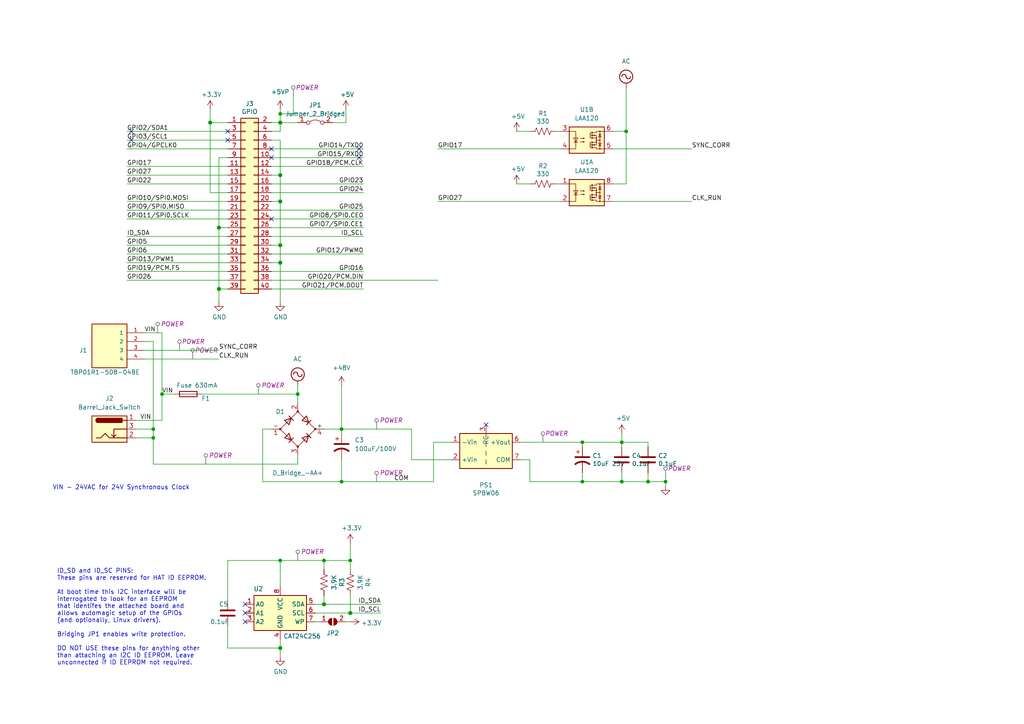
<source format=kicad_sch>
(kicad_sch (version 20230121) (generator eeschema)
  (paper "A4")
  (title_block (title "RPi Simplex Clock Hat") (date "2024-02-03") (rev "0") (company "https://github.com/hharte/rpi-simplex-clock-hat"))
  (lib_symbols
    (symbol "Connector:Barrel_Jack_Switch" (pin_names hide)
      (property "Reference" "J" (at 0 5.334 0))
      (property "Value" "Barrel_Jack_Switch" (at 0 -5.08 0))
      (symbol "Barrel_Jack_Switch_0_1"
        (rectangle (start -5.08 3.81) (end 5.08 -3.81) (stroke (width 0.254)) (fill (type background)))
        (arc (start -3.302 3.175) (mid -3.9343 2.54) (end -3.302 1.905) (stroke (width 0.254)))
        (arc (start -3.302 3.175) (mid -3.9343 2.54) (end -3.302 1.905) (stroke (width 0.254)) (fill (type outline)))
        (polyline (pts (xy 1.27 -2.286) (xy 1.905 -1.651)) (stroke (width 0.254)))
        (polyline (pts (xy 5.08 2.54) (xy 3.81 2.54)) (stroke (width 0.254)))
        (polyline (pts (xy 5.08 0) (xy 1.27 0) (xy 1.27 -2.286) (xy 0.635 -1.651)) (stroke (width 0.254)))
        (polyline (pts (xy -3.81 -2.54) (xy -2.54 -2.54) (xy -1.27 -1.27) (xy 0 -2.54) (xy 2.54 -2.54) (xy 5.08 -2.54)) (stroke (width 0.254)))
        (rectangle (start 3.683 3.175) (end -3.302 1.905) (stroke (width 0.254)) (fill (type outline)))
      )
      (symbol "Barrel_Jack_Switch_1_1"
        (pin passive line (at 7.62 2.54 180) (length 2.54) (name "~") (number "1"))
        (pin passive line (at 7.62 -2.54 180) (length 2.54) (name "~") (number "2"))
        (pin passive line (at 7.62 0 180) (length 2.54) (name "~") (number "3"))
      )
    )
    (symbol "Connector_Generic:Conn_02x20_Odd_Even" (pin_names (offset 1.016) hide)
      (property "Reference" "J" (at 1.27 25.4 0))
      (property "Value" "Conn_02x20_Odd_Even" (at 1.27 -27.94 0))
      (symbol "Conn_02x20_Odd_Even_1_1"
        (rectangle (start -1.27 -25.273) (end 0 -25.527) (stroke (width 0.1524)))
        (rectangle (start -1.27 -22.733) (end 0 -22.987) (stroke (width 0.1524)))
        (rectangle (start -1.27 -20.193) (end 0 -20.447) (stroke (width 0.1524)))
        (rectangle (start -1.27 -17.653) (end 0 -17.907) (stroke (width 0.1524)))
        (rectangle (start -1.27 -15.113) (end 0 -15.367) (stroke (width 0.1524)))
        (rectangle (start -1.27 -12.573) (end 0 -12.827) (stroke (width 0.1524)))
        (rectangle (start -1.27 -10.033) (end 0 -10.287) (stroke (width 0.1524)))
        (rectangle (start -1.27 -7.493) (end 0 -7.747) (stroke (width 0.1524)))
        (rectangle (start -1.27 -4.953) (end 0 -5.207) (stroke (width 0.1524)))
        (rectangle (start -1.27 -2.413) (end 0 -2.667) (stroke (width 0.1524)))
        (rectangle (start -1.27 0.127) (end 0 -0.127) (stroke (width 0.1524)))
        (rectangle (start -1.27 2.667) (end 0 2.413) (stroke (width 0.1524)))
        (rectangle (start -1.27 5.207) (end 0 4.953) (stroke (width 0.1524)))
        (rectangle (start -1.27 7.747) (end 0 7.493) (stroke (width 0.1524)))
        (rectangle (start -1.27 10.287) (end 0 10.033) (stroke (width 0.1524)))
        (rectangle (start -1.27 12.827) (end 0 12.573) (stroke (width 0.1524)))
        (rectangle (start -1.27 15.367) (end 0 15.113) (stroke (width 0.1524)))
        (rectangle (start -1.27 17.907) (end 0 17.653) (stroke (width 0.1524)))
        (rectangle (start -1.27 20.447) (end 0 20.193) (stroke (width 0.1524)))
        (rectangle (start -1.27 22.987) (end 0 22.733) (stroke (width 0.1524)))
        (rectangle (start -1.27 24.13) (end 3.81 -26.67) (stroke (width 0.254)) (fill (type background)))
        (rectangle (start 3.81 -25.273) (end 2.54 -25.527) (stroke (width 0.1524)))
        (rectangle (start 3.81 -22.733) (end 2.54 -22.987) (stroke (width 0.1524)))
        (rectangle (start 3.81 -20.193) (end 2.54 -20.447) (stroke (width 0.1524)))
        (rectangle (start 3.81 -17.653) (end 2.54 -17.907) (stroke (width 0.1524)))
        (rectangle (start 3.81 -15.113) (end 2.54 -15.367) (stroke (width 0.1524)))
        (rectangle (start 3.81 -12.573) (end 2.54 -12.827) (stroke (width 0.1524)))
        (rectangle (start 3.81 -10.033) (end 2.54 -10.287) (stroke (width 0.1524)))
        (rectangle (start 3.81 -7.493) (end 2.54 -7.747) (stroke (width 0.1524)))
        (rectangle (start 3.81 -4.953) (end 2.54 -5.207) (stroke (width 0.1524)))
        (rectangle (start 3.81 -2.413) (end 2.54 -2.667) (stroke (width 0.1524)))
        (rectangle (start 3.81 0.127) (end 2.54 -0.127) (stroke (width 0.1524)))
        (rectangle (start 3.81 2.667) (end 2.54 2.413) (stroke (width 0.1524)))
        (rectangle (start 3.81 5.207) (end 2.54 4.953) (stroke (width 0.1524)))
        (rectangle (start 3.81 7.747) (end 2.54 7.493) (stroke (width 0.1524)))
        (rectangle (start 3.81 10.287) (end 2.54 10.033) (stroke (width 0.1524)))
        (rectangle (start 3.81 12.827) (end 2.54 12.573) (stroke (width 0.1524)))
        (rectangle (start 3.81 15.367) (end 2.54 15.113) (stroke (width 0.1524)))
        (rectangle (start 3.81 17.907) (end 2.54 17.653) (stroke (width 0.1524)))
        (rectangle (start 3.81 20.447) (end 2.54 20.193) (stroke (width 0.1524)))
        (rectangle (start 3.81 22.987) (end 2.54 22.733) (stroke (width 0.1524)))
        (pin passive line (at -5.08 22.86 0) (length 3.81) (name "Pin_1") (number "1"))
        (pin passive line (at 7.62 12.7 180) (length 3.81) (name "Pin_10") (number "10"))
        (pin passive line (at -5.08 10.16 0) (length 3.81) (name "Pin_11") (number "11"))
        (pin passive line (at 7.62 10.16 180) (length 3.81) (name "Pin_12") (number "12"))
        (pin passive line (at -5.08 7.62 0) (length 3.81) (name "Pin_13") (number "13"))
        (pin passive line (at 7.62 7.62 180) (length 3.81) (name "Pin_14") (number "14"))
        (pin passive line (at -5.08 5.08 0) (length 3.81) (name "Pin_15") (number "15"))
        (pin passive line (at 7.62 5.08 180) (length 3.81) (name "Pin_16") (number "16"))
        (pin passive line (at -5.08 2.54 0) (length 3.81) (name "Pin_17") (number "17"))
        (pin passive line (at 7.62 2.54 180) (length 3.81) (name "Pin_18") (number "18"))
        (pin passive line (at -5.08 0 0) (length 3.81) (name "Pin_19") (number "19"))
        (pin passive line (at 7.62 22.86 180) (length 3.81) (name "Pin_2") (number "2"))
        (pin passive line (at 7.62 0 180) (length 3.81) (name "Pin_20") (number "20"))
        (pin passive line (at -5.08 -2.54 0) (length 3.81) (name "Pin_21") (number "21"))
        (pin passive line (at 7.62 -2.54 180) (length 3.81) (name "Pin_22") (number "22"))
        (pin passive line (at -5.08 -5.08 0) (length 3.81) (name "Pin_23") (number "23"))
        (pin passive line (at 7.62 -5.08 180) (length 3.81) (name "Pin_24") (number "24"))
        (pin passive line (at -5.08 -7.62 0) (length 3.81) (name "Pin_25") (number "25"))
        (pin passive line (at 7.62 -7.62 180) (length 3.81) (name "Pin_26") (number "26"))
        (pin passive line (at -5.08 -10.16 0) (length 3.81) (name "Pin_27") (number "27"))
        (pin passive line (at 7.62 -10.16 180) (length 3.81) (name "Pin_28") (number "28"))
        (pin passive line (at -5.08 -12.7 0) (length 3.81) (name "Pin_29") (number "29"))
        (pin passive line (at -5.08 20.32 0) (length 3.81) (name "Pin_3") (number "3"))
        (pin passive line (at 7.62 -12.7 180) (length 3.81) (name "Pin_30") (number "30"))
        (pin passive line (at -5.08 -15.24 0) (length 3.81) (name "Pin_31") (number "31"))
        (pin passive line (at 7.62 -15.24 180) (length 3.81) (name "Pin_32") (number "32"))
        (pin passive line (at -5.08 -17.78 0) (length 3.81) (name "Pin_33") (number "33"))
        (pin passive line (at 7.62 -17.78 180) (length 3.81) (name "Pin_34") (number "34"))
        (pin passive line (at -5.08 -20.32 0) (length 3.81) (name "Pin_35") (number "35"))
        (pin passive line (at 7.62 -20.32 180) (length 3.81) (name "Pin_36") (number "36"))
        (pin passive line (at -5.08 -22.86 0) (length 3.81) (name "Pin_37") (number "37"))
        (pin passive line (at 7.62 -22.86 180) (length 3.81) (name "Pin_38") (number "38"))
        (pin passive line (at -5.08 -25.4 0) (length 3.81) (name "Pin_39") (number "39"))
        (pin passive line (at 7.62 20.32 180) (length 3.81) (name "Pin_4") (number "4"))
        (pin passive line (at 7.62 -25.4 180) (length 3.81) (name "Pin_40") (number "40"))
        (pin passive line (at -5.08 17.78 0) (length 3.81) (name "Pin_5") (number "5"))
        (pin passive line (at 7.62 17.78 180) (length 3.81) (name "Pin_6") (number "6"))
        (pin passive line (at -5.08 15.24 0) (length 3.81) (name "Pin_7") (number "7"))
        (pin passive line (at 7.62 15.24 180) (length 3.81) (name "Pin_8") (number "8"))
        (pin passive line (at -5.08 12.7 0) (length 3.81) (name "Pin_9") (number "9"))
      )
    )
    (symbol "Device:C" (pin_numbers hide) (pin_names (offset 0.254))
      (property "Reference" "C" (at 0.635 2.54 0))
      (property "Value" "C" (at 0.635 -2.54 0))
      (symbol "C_0_1"
        (polyline (pts (xy -2.032 -0.762) (xy 2.032 -0.762)) (stroke (width 0.508)))
        (polyline (pts (xy -2.032 0.762) (xy 2.032 0.762)) (stroke (width 0.508)))
      )
      (symbol "C_1_1"
        (pin passive line (at 0 3.81 270) (length 2.794) (name "~") (number "1"))
        (pin passive line (at 0 -3.81 90) (length 2.794) (name "~") (number "2"))
      )
    )
    (symbol "Device:C_Polarized_US" (pin_numbers hide) (pin_names (offset 0.254) hide)
      (property "Reference" "C" (at 0.635 2.54 0))
      (property "Value" "C_Polarized_US" (at 0.635 -2.54 0))
      (symbol "C_Polarized_US_0_1"
        (polyline (pts (xy -2.032 0.762) (xy 2.032 0.762)) (stroke (width 0.508)))
        (polyline (pts (xy -1.778 2.286) (xy -0.762 2.286)))
        (polyline (pts (xy -1.27 1.778) (xy -1.27 2.794)))
        (arc (start 2.032 -1.27) (mid 0 -0.5572) (end -2.032 -1.27) (stroke (width 0.508)))
      )
      (symbol "C_Polarized_US_1_1"
        (pin passive line (at 0 3.81 270) (length 2.794) (name "~") (number "1"))
        (pin passive line (at 0 -3.81 90) (length 3.302) (name "~") (number "2"))
      )
    )
    (symbol "Device:D_Bridge_-AA+" (pin_names (offset 0))
      (property "Reference" "D" (at 2.54 6.985 0))
      (property "Value" "D_Bridge_-AA+" (at 2.54 5.08 0))
      (symbol "D_Bridge_-AA+_0_1"
        (circle (center -5.08 0) (radius 0.254) (fill (type outline)))
        (circle (center 0 -5.08) (radius 0.254) (fill (type outline)))
        (polyline (pts (xy -2.54 3.81) (xy -1.27 2.54)) (stroke (width 0.254)))
        (polyline (pts (xy -1.27 -2.54) (xy -2.54 -3.81)) (stroke (width 0.254)))
        (polyline (pts (xy 2.54 -1.27) (xy 3.81 -2.54)) (stroke (width 0.254)))
        (polyline (pts (xy 2.54 1.27) (xy 3.81 2.54)) (stroke (width 0.254)))
        (polyline (pts (xy -3.81 2.54) (xy -2.54 1.27) (xy -1.905 3.175) (xy -3.81 2.54)) (stroke (width 0.254)))
        (polyline (pts (xy -2.54 -1.27) (xy -3.81 -2.54) (xy -1.905 -3.175) (xy -2.54 -1.27)) (stroke (width 0.254)))
        (polyline (pts (xy 1.27 2.54) (xy 2.54 3.81) (xy 3.175 1.905) (xy 1.27 2.54)) (stroke (width 0.254)))
        (polyline (pts (xy 3.175 -1.905) (xy 1.27 -2.54) (xy 2.54 -3.81) (xy 3.175 -1.905)) (stroke (width 0.254)))
        (polyline (pts (xy -5.08 0) (xy 0 -5.08) (xy 5.08 0) (xy 0 5.08) (xy -5.08 0)))
        (circle (center 0 5.08) (radius 0.254) (fill (type outline)))
        (circle (center 5.08 0) (radius 0.254) (fill (type outline)))
      )
      (symbol "D_Bridge_-AA+_1_1"
        (pin passive line (at -7.62 0 0) (length 2.54) (name "-") (number "1"))
        (pin passive line (at 0 7.62 270) (length 2.54) (name "~") (number "2"))
        (pin passive line (at 0 -7.62 90) (length 2.54) (name "~") (number "3"))
        (pin passive line (at 7.62 0 180) (length 2.54) (name "+") (number "4"))
      )
    )
    (symbol "Device:Fuse" (pin_numbers hide) (pin_names (offset 0))
      (property "Reference" "F" (at 2.032 0 90))
      (property "Value" "Fuse" (at -1.905 0 90))
      (symbol "Fuse_0_1"
        (rectangle (start -0.762 -2.54) (end 0.762 2.54) (stroke (width 0.254)))
        (polyline (pts (xy 0 2.54) (xy 0 -2.54)))
      )
      (symbol "Fuse_1_1"
        (pin passive line (at 0 3.81 270) (length 1.27) (name "~") (number "1"))
        (pin passive line (at 0 -3.81 90) (length 1.27) (name "~") (number "2"))
      )
    )
    (symbol "Device:R_US" (pin_numbers hide) (pin_names (offset 0))
      (property "Reference" "R" (at 2.54 0 90))
      (property "Value" "R_US" (at -2.54 0 90))
      (symbol "R_US_0_1"
        (polyline (pts (xy 0 -2.286) (xy 0 -2.54)))
        (polyline (pts (xy 0 2.286) (xy 0 2.54)))
        (polyline (pts (xy 0 -0.762) (xy 1.016 -1.143) (xy 0 -1.524) (xy -1.016 -1.905) (xy 0 -2.286)))
        (polyline (pts (xy 0 0.762) (xy 1.016 0.381) (xy 0 0) (xy -1.016 -0.381) (xy 0 -0.762)))
        (polyline (pts (xy 0 2.286) (xy 1.016 1.905) (xy 0 1.524) (xy -1.016 1.143) (xy 0 0.762)))
      )
      (symbol "R_US_1_1"
        (pin passive line (at 0 3.81 270) (length 1.27) (name "~") (number "1"))
        (pin passive line (at 0 -3.81 90) (length 1.27) (name "~") (number "2"))
      )
    )
    (symbol "Jumper:Jumper_2_Bridged" (pin_names (offset 0) hide)
      (property "Reference" "JP" (at 0 1.905 0))
      (property "Value" "Jumper_2_Bridged" (at 0 -2.54 0))
      (symbol "Jumper_2_Bridged_0_0"
        (circle (center -2.032 0) (radius 0.508))
        (circle (center 2.032 0) (radius 0.508))
      )
      (symbol "Jumper_2_Bridged_0_1"
        (arc (start 1.524 0.254) (mid 0 0.762) (end -1.524 0.254))
      )
      (symbol "Jumper_2_Bridged_1_1"
        (pin passive line (at -5.08 0 0) (length 2.54) (name "A") (number "1"))
        (pin passive line (at 5.08 0 180) (length 2.54) (name "B") (number "2"))
      )
    )
    (symbol "Jumper:SolderJumper_2_Open" (pin_names (offset 0) hide)
      (property "Reference" "JP" (at 0 2.032 0))
      (property "Value" "SolderJumper_2_Open" (at 0 -2.54 0))
      (symbol "SolderJumper_2_Open_0_1"
        (arc (start -0.254 1.016) (mid -1.2656 0) (end -0.254 -1.016))
        (arc (start -0.254 1.016) (mid -1.2656 0) (end -0.254 -1.016) (fill (type outline)))
        (polyline (pts (xy -0.254 1.016) (xy -0.254 -1.016)))
        (polyline (pts (xy 0.254 1.016) (xy 0.254 -1.016)))
        (arc (start 0.254 -1.016) (mid 1.2656 0) (end 0.254 1.016))
        (arc (start 0.254 -1.016) (mid 1.2656 0) (end 0.254 1.016) (fill (type outline)))
      )
      (symbol "SolderJumper_2_Open_1_1"
        (pin passive line (at -3.81 0 0) (length 2.54) (name "A") (number "1"))
        (pin passive line (at 3.81 0 180) (length 2.54) (name "B") (number "2"))
      )
    )
    (symbol "Memory_EEPROM:CAT24C256"
      (property "Reference" "U" (at -6.35 6.35 0))
      (property "Value" "CAT24C256" (at 1.27 6.35 0))
      (symbol "CAT24C256_1_1"
        (rectangle (start -7.62 5.08) (end 7.62 -5.08) (stroke (width 0.254)) (fill (type background)))
        (pin input line (at -10.16 2.54 0) (length 2.54) (name "A0") (number "1"))
        (pin input line (at -10.16 0 0) (length 2.54) (name "A1") (number "2"))
        (pin input line (at -10.16 -2.54 0) (length 2.54) (name "A2") (number "3"))
        (pin power_in line (at 0 -7.62 90) (length 2.54) (name "GND") (number "4"))
        (pin bidirectional line (at 10.16 2.54 180) (length 2.54) (name "SDA") (number "5"))
        (pin input line (at 10.16 0 180) (length 2.54) (name "SCL") (number "6"))
        (pin input line (at 10.16 -2.54 180) (length 2.54) (name "WP") (number "7"))
        (pin power_in line (at 0 7.62 270) (length 2.54) (name "VCC") (number "8"))
      )
    )
    (symbol "Relay_SolidState:LAA110"
      (property "Reference" "U" (at -5.08 5.08 0))
      (property "Value" "LAA110" (at 0 5.08 0))
      (symbol "LAA110_0_1"
        (rectangle (start -5.08 3.81) (end 5.08 -3.81) (stroke (width 0.254)) (fill (type background)))
        (polyline (pts (xy -3.81 -0.635) (xy -2.54 -0.635)))
        (polyline (pts (xy 1.016 -0.635) (xy 1.016 -2.159)) (stroke (width 0.2032)))
        (polyline (pts (xy 1.016 2.159) (xy 1.016 0.635)) (stroke (width 0.2032)))
        (polyline (pts (xy 1.524 -0.508) (xy 1.524 -0.762)) (stroke (width 0.3556)))
        (polyline (pts (xy 2.794 0) (xy 3.81 0)))
        (polyline (pts (xy 3.429 -1.651) (xy 4.191 -1.651)))
        (polyline (pts (xy 3.429 1.651) (xy 4.191 1.651)))
        (polyline (pts (xy 3.81 -2.54) (xy 3.81 2.54)))
        (polyline (pts (xy 1.524 -2.032) (xy 1.524 -2.286) (xy 1.524 -2.286)) (stroke (width 0.3556)))
        (polyline (pts (xy 1.524 -1.27) (xy 1.524 -1.524) (xy 1.524 -1.524)) (stroke (width 0.3556)))
        (polyline (pts (xy 1.524 0.762) (xy 1.524 0.508) (xy 1.524 0.508)) (stroke (width 0.3556)))
        (polyline (pts (xy 1.524 1.524) (xy 1.524 1.27) (xy 1.524 1.27)) (stroke (width 0.3556)))
        (polyline (pts (xy 1.524 2.286) (xy 1.524 2.032) (xy 1.524 2.032)) (stroke (width 0.3556)))
        (polyline (pts (xy 1.651 -1.397) (xy 2.794 -1.397) (xy 2.794 -0.635)))
        (polyline (pts (xy 1.651 1.397) (xy 2.794 1.397) (xy 2.794 0.635)))
        (polyline (pts (xy -5.08 2.54) (xy -3.175 2.54) (xy -3.175 -2.54) (xy -5.08 -2.54)))
        (polyline (pts (xy -3.175 -0.635) (xy -3.81 0.635) (xy -2.54 0.635) (xy -3.175 -0.635)))
        (polyline (pts (xy 1.651 -2.159) (xy 2.794 -2.159) (xy 2.794 -2.54) (xy 5.08 -2.54)))
        (polyline (pts (xy 1.651 -0.635) (xy 2.794 -0.635) (xy 2.794 0.635) (xy 1.651 0.635)))
        (polyline (pts (xy 1.651 2.159) (xy 2.794 2.159) (xy 2.794 2.54) (xy 5.08 2.54)))
        (polyline (pts (xy 1.778 -1.397) (xy 2.286 -1.27) (xy 2.286 -1.524) (xy 1.778 -1.397)))
        (polyline (pts (xy 1.778 1.397) (xy 2.286 1.524) (xy 2.286 1.27) (xy 1.778 1.397)))
        (polyline (pts (xy 3.81 -1.651) (xy 3.429 -0.889) (xy 4.191 -0.889) (xy 3.81 -1.651)))
        (polyline (pts (xy 3.81 1.651) (xy 3.429 0.889) (xy 4.191 0.889) (xy 3.81 1.651)))
        (polyline (pts (xy -1.905 -0.508) (xy -0.635 -0.508) (xy -1.016 -0.635) (xy -1.016 -0.381) (xy -0.635 -0.508)))
        (polyline (pts (xy -1.905 0.508) (xy -0.635 0.508) (xy -1.016 0.381) (xy -1.016 0.635) (xy -0.635 0.508)))
        (circle (center 2.794 -0.635) (radius 0.127))
        (circle (center 2.794 0) (radius 0.127))
        (circle (center 2.794 0.635) (radius 0.127))
        (circle (center 3.81 -2.54) (radius 0.127))
        (circle (center 3.81 0) (radius 0.127))
        (circle (center 3.81 2.54) (radius 0.127))
      )
      (symbol "LAA110_1_1"
        (pin passive line (at -7.62 2.54 0) (length 2.54) (name "~") (number "1"))
        (pin passive line (at -7.62 -2.54 0) (length 2.54) (name "~") (number "2"))
        (pin passive line (at 7.62 -2.54 180) (length 2.54) (name "~") (number "7"))
        (pin passive line (at 7.62 2.54 180) (length 2.54) (name "~") (number "8"))
      )
      (symbol "LAA110_2_1"
        (pin passive line (at -7.62 2.54 0) (length 2.54) (name "~") (number "3"))
        (pin passive line (at -7.62 -2.54 0) (length 2.54) (name "~") (number "4"))
        (pin passive line (at 7.62 -2.54 180) (length 2.54) (name "~") (number "5"))
        (pin passive line (at 7.62 2.54 180) (length 2.54) (name "~") (number "6"))
      )
    )
    (symbol "TBP01R1-508-04BE:TBP01R1-508-04BE" (pin_names (offset 1.016))
      (property "Reference" "J" (at -5.588 7.62 0))
      (property "Value" "TBP01R1-508-04BE" (at -5.08 -7.62 0))
      (symbol "TBP01R1-508-04BE_0_0"
        (rectangle (start -5.08 -5.08) (end 5.08 7.62) (stroke (width 0.254)) (fill (type background)))
        (pin passive line (at -10.16 5.08 0) (length 5.08) (name "1") (number "1"))
        (pin passive line (at -10.16 2.54 0) (length 5.08) (name "2") (number "2"))
        (pin passive line (at -10.16 0 0) (length 5.08) (name "3") (number "3"))
        (pin passive line (at -10.16 -2.54 0) (length 5.08) (name "4") (number "4"))
      )
    )
    (symbol "ac125a_dtmf-rescue:CP1-Device" (pin_numbers hide) (pin_names (offset 0.254) hide)
      (property "Reference" "C" (at 0.635 2.54 0))
      (property "Value" "CP1-Device" (at 0.635 -2.54 0))
      (symbol "CP1-Device_0_1"
        (polyline (pts (xy -2.032 0.762) (xy 2.032 0.762)) (stroke (width 0.508)))
        (polyline (pts (xy -1.778 2.286) (xy -0.762 2.286)))
        (polyline (pts (xy -1.27 1.778) (xy -1.27 2.794)))
        (arc (start 2.032 -1.27) (mid 0 -0.5572) (end -2.032 -1.27) (stroke (width 0.508)))
      )
      (symbol "CP1-Device_1_1"
        (pin passive line (at 0 3.81 270) (length 2.794) (name "~") (number "1"))
        (pin passive line (at 0 -3.81 90) (length 3.302) (name "~") (number "2"))
      )
    )
    (symbol "ac125a_dtmf:SPBW06"
      (property "Reference" "PS" (at -7.62 6.35 0))
      (property "Value" "SPBW06" (at 1.27 6.35 0))
      (symbol "SPBW06_0_0"
        (pin power_in line (at -10.16 2.54 0) (length 2.54) (name "-Vin") (number "1"))
        (pin power_in line (at -10.16 -2.54 0) (length 2.54) (name "+Vin") (number "2"))
        (pin passive line (at 0 7.62 270) (length 2.54) (name "RC") (number "3"))
        (pin no_connect line (at 1.27 -7.62 90) (length 2.54) hide (name "NC2") (number "5"))
        (pin power_out line (at 10.16 2.54 180) (length 2.54) (name "+Vout") (number "6"))
        (pin power_out line (at 10.16 -2.54 180) (length 2.54) (name "COM") (number "7"))
      )
      (symbol "SPBW06_0_1"
        (rectangle (start -7.62 5.08) (end 7.62 -5.08) (stroke (width 0.254)) (fill (type background)))
        (polyline (pts (xy 0 -2.54) (xy 0 -3.81)))
        (polyline (pts (xy 0 0) (xy 0 -1.27)))
        (polyline (pts (xy 0 2.54) (xy 0 1.27)))
        (polyline (pts (xy 0 5.08) (xy 0 3.81)))
      )
      (symbol "SPBW06_1_1"
        (pin no_connect line (at -1.27 -7.62 90) (length 2.54) hide (name "NC") (number "2"))
      )
    )
    (symbol "power:+3.3V" (power) (pin_names (offset 0))
      (property "Value" "+3.3V" (at 0 3.556 0))
      (symbol "+3.3V_0_1"
        (polyline (pts (xy -0.762 1.27) (xy 0 2.54)))
        (polyline (pts (xy 0 0) (xy 0 2.54)))
        (polyline (pts (xy 0 2.54) (xy 0.762 1.27)))
      )
      (symbol "+3.3V_1_1"
        (pin power_in line (at 0 0 90) (length 0) hide (name "+3.3V") (number "1"))
      )
    )
    (symbol "power:+48V" (power) (pin_names (offset 0))
      (property "Value" "+48V" (at 0 3.556 0))
      (symbol "+48V_0_1"
        (polyline (pts (xy -0.762 1.27) (xy 0 2.54)))
        (polyline (pts (xy 0 0) (xy 0 2.54)))
        (polyline (pts (xy 0 2.54) (xy 0.762 1.27)))
      )
      (symbol "+48V_1_1"
        (pin power_in line (at 0 0 90) (length 0) hide (name "+48V") (number "1"))
      )
    )
    (symbol "power:+5V" (power) (pin_names (offset 0))
      (property "Value" "+5V" (at 0 3.556 0))
      (symbol "+5V_0_1"
        (polyline (pts (xy -0.762 1.27) (xy 0 2.54)))
        (polyline (pts (xy 0 0) (xy 0 2.54)))
        (polyline (pts (xy 0 2.54) (xy 0.762 1.27)))
      )
      (symbol "+5V_1_1"
        (pin power_in line (at 0 0 90) (length 0) hide (name "+5V") (number "1"))
      )
    )
    (symbol "power:+5VP" (power) (pin_names (offset 0))
      (property "Value" "+5VP" (at 0 3.556 0))
      (symbol "+5VP_0_1"
        (polyline (pts (xy -0.762 1.27) (xy 0 2.54)))
        (polyline (pts (xy 0 0) (xy 0 2.54)))
        (polyline (pts (xy 0 2.54) (xy 0.762 1.27)))
      )
      (symbol "+5VP_1_1"
        (pin power_in line (at 0 0 90) (length 0) hide (name "+5VP") (number "1"))
      )
    )
    (symbol "power:AC" (power) (pin_names (offset 0))
      (property "Value" "AC" (at 0 6.35 0))
      (symbol "AC_0_1"
        (polyline (pts (xy 0 0) (xy 0 1.27)))
        (arc (start 0 3.175) (mid -0.635 3.8073) (end -1.27 3.175) (stroke (width 0.254)))
        (arc (start 0 3.175) (mid 0.635 2.5427) (end 1.27 3.175) (stroke (width 0.254)))
        (circle (center 0 3.175) (radius 1.905) (stroke (width 0.254)))
      )
      (symbol "AC_1_1"
        (pin power_in line (at 0 0 90) (length 0) hide (name "AC") (number "1"))
      )
    )
    (symbol "power:GND" (power) (pin_names (offset 0))
      (property "Value" "GND" (at 0 -3.81 0))
      (symbol "GND_0_1"
        (polyline (pts (xy 0 0) (xy 0 -1.27) (xy 1.27 -1.27) (xy 0 -2.54) (xy -1.27 -1.27) (xy 0 -1.27)))
      )
      (symbol "GND_1_1"
        (pin power_in line (at 0 0 270) (length 0) hide (name "GND") (number "1"))
      )
    )
  )
  (junction (at 86.36 114.3))
  (junction (at 93.98 175.26) (diameter 1.016))
  (junction (at 81.28 35.56) (diameter 1.016))
  (junction (at 81.28 187.96) (diameter 1.016))
  (junction (at 46.99 114.3))
  (junction (at 81.28 50.8) (diameter 1.016))
  (junction (at 181.61 38.1))
  (junction (at 180.34 139.7))
  (junction (at 81.28 162.56))
  (junction (at 44.45 127))
  (junction (at 187.96 139.7))
  (junction (at 63.5 83.82) (diameter 1.016))
  (junction (at 63.5 66.04) (diameter 1.016))
  (junction (at 99.06 139.7))
  (junction (at 168.91 139.7))
  (junction (at 81.28 33.02))
  (junction (at 81.28 76.2) (diameter 1.016))
  (junction (at 99.06 124.46))
  (junction (at 168.91 128.27))
  (junction (at 193.04 139.7))
  (junction (at 180.34 128.27))
  (junction (at 81.28 71.12) (diameter 1.016))
  (junction (at 81.28 58.42) (diameter 1.016))
  (junction (at 101.6 177.8) (diameter 1.016))
  (junction (at 101.6 162.56))
  (junction (at 93.98 162.56))
  (junction (at 44.45 124.46))
  (junction (at 60.96 35.56) (diameter 1.016))
  (no_connect (at 71.12 175.26))
  (no_connect (at 71.12 177.8))
  (no_connect (at 71.12 180.34))
  (no_connect (at 66.04 40.64))
  (no_connect (at 38.1 38.1))
  (no_connect (at 140.97 123.19))
  (no_connect (at 78.74 45.72))
  (no_connect (at 104.14 45.72))
  (no_connect (at 78.74 43.18))
  (no_connect (at 66.04 38.1))
  (no_connect (at 78.74 63.5))
  (no_connect (at 38.1 40.64))
  (no_connect (at 104.14 43.18))
  (wire (pts (xy 63.5 66.04) (xy 63.5 83.82)))
  (wire (pts (xy 78.74 66.04) (xy 105.41 66.04)))
  (wire (pts (xy 149.86 38.1) (xy 153.67 38.1)))
  (wire (pts (xy 153.67 139.7) (xy 153.67 133.35)))
  (wire (pts (xy 168.91 139.7) (xy 153.67 139.7)))
  (wire (pts (xy 41.91 96.52) (xy 46.99 96.52)))
  (wire (pts (xy 66.04 48.26) (xy 36.83 48.26)))
  (wire (pts (xy 81.28 162.56) (xy 93.98 162.56)))
  (wire (pts (xy 99.06 124.46) (xy 99.06 125.73)))
  (wire (pts (xy 81.28 40.64) (xy 81.28 50.8)))
  (wire (pts (xy 100.33 35.56) (xy 100.33 31.75)))
  (wire (pts (xy 180.34 139.7) (xy 187.96 139.7)))
  (wire (pts (xy 81.28 58.42) (xy 78.74 58.42)))
  (wire (pts (xy 177.8 38.1) (xy 181.61 38.1)))
  (wire (pts (xy 81.28 33.02) (xy 81.28 35.56)))
  (wire (pts (xy 41.91 99.06) (xy 44.45 99.06)))
  (wire (pts (xy 81.28 71.12) (xy 81.28 76.2)))
  (wire (pts (xy 181.61 53.34) (xy 181.61 38.1)))
  (wire (pts (xy 119.38 124.46) (xy 119.38 133.35)))
  (wire (pts (xy 99.06 111.76) (xy 99.06 124.46)))
  (wire (pts (xy 81.28 58.42) (xy 81.28 71.12)))
  (wire (pts (xy 78.74 43.18) (xy 105.41 43.18)))
  (wire (pts (xy 63.5 45.72) (xy 63.5 66.04)))
  (wire (pts (xy 91.44 175.26) (xy 93.98 175.26)))
  (wire (pts (xy 93.98 175.26) (xy 110.49 175.26)))
  (wire (pts (xy 177.8 58.42) (xy 200.66 58.42)))
  (wire (pts (xy 86.36 111.76) (xy 86.36 114.3)))
  (wire (pts (xy 125.73 128.27) (xy 130.81 128.27)))
  (wire (pts (xy 63.5 45.72) (xy 66.04 45.72)))
  (wire (pts (xy 91.44 180.34) (xy 92.71 180.34)))
  (wire (pts (xy 100.33 180.34) (xy 101.6 180.34)))
  (wire (pts (xy 39.37 124.46) (xy 44.45 124.46)))
  (wire (pts (xy 78.74 63.5) (xy 105.41 63.5)))
  (wire (pts (xy 127 58.42) (xy 162.56 58.42)))
  (wire (pts (xy 85.09 27.94) (xy 85.09 33.02)))
  (wire (pts (xy 180.34 137.16) (xy 180.34 139.7)))
  (wire (pts (xy 66.04 68.58) (xy 36.83 68.58)))
  (wire (pts (xy 36.83 71.12) (xy 66.04 71.12)))
  (wire (pts (xy 39.37 127) (xy 44.45 127)))
  (wire (pts (xy 125.73 139.7) (xy 125.73 128.27)))
  (wire (pts (xy 63.5 66.04) (xy 66.04 66.04)))
  (wire (pts (xy 180.34 128.27) (xy 187.96 128.27)))
  (wire (pts (xy 96.52 35.56) (xy 100.33 35.56)))
  (wire (pts (xy 46.99 96.52) (xy 46.99 114.3)))
  (wire (pts (xy 78.74 53.34) (xy 105.41 53.34)))
  (wire (pts (xy 180.34 128.27) (xy 180.34 125.73)))
  (wire (pts (xy 177.8 53.34) (xy 181.61 53.34)))
  (wire (pts (xy 44.45 99.06) (xy 44.45 124.46)))
  (wire (pts (xy 78.74 83.82) (xy 105.41 83.82)))
  (wire (pts (xy 63.5 83.82) (xy 63.5 87.63)))
  (wire (pts (xy 36.83 50.8) (xy 66.04 50.8)))
  (wire (pts (xy 60.96 31.75) (xy 60.96 35.56)))
  (wire (pts (xy 177.8 43.18) (xy 200.66 43.18)))
  (wire (pts (xy 46.99 121.92) (xy 39.37 121.92)))
  (wire (pts (xy 181.61 25.4) (xy 181.61 38.1)))
  (wire (pts (xy 81.28 76.2) (xy 78.74 76.2)))
  (wire (pts (xy 76.2 139.7) (xy 99.06 139.7)))
  (wire (pts (xy 36.83 40.64) (xy 66.04 40.64)))
  (wire (pts (xy 168.91 128.27) (xy 168.91 129.54)))
  (wire (pts (xy 36.83 63.5) (xy 66.04 63.5)))
  (wire (pts (xy 149.86 53.34) (xy 153.67 53.34)))
  (wire (pts (xy 60.96 55.88) (xy 66.04 55.88)))
  (wire (pts (xy 66.04 162.56) (xy 66.04 173.99)))
  (wire (pts (xy 66.04 38.1) (xy 36.83 38.1)))
  (wire (pts (xy 76.2 124.46) (xy 78.74 124.46)))
  (wire (pts (xy 127 43.18) (xy 162.56 43.18)))
  (wire (pts (xy 81.28 35.56) (xy 81.28 38.1)))
  (wire (pts (xy 81.28 50.8) (xy 81.28 58.42)))
  (wire (pts (xy 41.91 104.14) (xy 63.5 104.14)))
  (wire (pts (xy 78.74 48.26) (xy 105.41 48.26)))
  (wire (pts (xy 81.28 50.8) (xy 78.74 50.8)))
  (wire (pts (xy 119.38 124.46) (xy 99.06 124.46)))
  (wire (pts (xy 193.04 139.7) (xy 193.04 140.97)))
  (wire (pts (xy 81.28 31.75) (xy 81.28 33.02)))
  (wire (pts (xy 36.83 43.18) (xy 66.04 43.18)))
  (wire (pts (xy 101.6 157.48) (xy 101.6 162.56)))
  (wire (pts (xy 81.28 35.56) (xy 78.74 35.56)))
  (wire (pts (xy 161.29 53.34) (xy 162.56 53.34)))
  (wire (pts (xy 60.96 35.56) (xy 60.96 55.88)))
  (wire (pts (xy 78.74 55.88) (xy 105.41 55.88)))
  (wire (pts (xy 78.74 45.72) (xy 105.41 45.72)))
  (wire (pts (xy 101.6 162.56) (xy 101.6 165.1)))
  (wire (pts (xy 91.44 177.8) (xy 101.6 177.8)))
  (wire (pts (xy 101.6 177.8) (xy 110.49 177.8)))
  (wire (pts (xy 85.09 33.02) (xy 81.28 33.02)))
  (wire (pts (xy 168.91 137.16) (xy 168.91 139.7)))
  (wire (pts (xy 93.98 162.56) (xy 93.98 165.1)))
  (wire (pts (xy 36.83 53.34) (xy 66.04 53.34)))
  (wire (pts (xy 44.45 134.62) (xy 86.36 134.62)))
  (wire (pts (xy 36.83 60.96) (xy 66.04 60.96)))
  (wire (pts (xy 161.29 38.1) (xy 162.56 38.1)))
  (wire (pts (xy 99.06 133.35) (xy 99.06 139.7)))
  (wire (pts (xy 119.38 133.35) (xy 130.81 133.35)))
  (wire (pts (xy 86.36 134.62) (xy 86.36 132.08)))
  (wire (pts (xy 46.99 114.3) (xy 46.99 121.92)))
  (wire (pts (xy 36.83 73.66) (xy 66.04 73.66)))
  (wire (pts (xy 99.06 139.7) (xy 125.73 139.7)))
  (wire (pts (xy 81.28 38.1) (xy 78.74 38.1)))
  (wire (pts (xy 153.67 133.35) (xy 151.13 133.35)))
  (wire (pts (xy 41.91 101.6) (xy 63.5 101.6)))
  (wire (pts (xy 81.28 162.56) (xy 81.28 170.18)))
  (wire (pts (xy 36.83 78.74) (xy 66.04 78.74)))
  (wire (pts (xy 86.36 114.3) (xy 86.36 116.84)))
  (wire (pts (xy 78.74 78.74) (xy 105.41 78.74)))
  (wire (pts (xy 44.45 127) (xy 44.45 134.62)))
  (wire (pts (xy 180.34 129.54) (xy 180.34 128.27)))
  (wire (pts (xy 78.74 73.66) (xy 105.41 73.66)))
  (wire (pts (xy 63.5 83.82) (xy 66.04 83.82)))
  (wire (pts (xy 93.98 162.56) (xy 101.6 162.56)))
  (wire (pts (xy 78.74 81.28) (xy 127 81.28)))
  (wire (pts (xy 93.98 172.72) (xy 93.98 175.26)))
  (wire (pts (xy 76.2 124.46) (xy 76.2 139.7)))
  (wire (pts (xy 81.28 40.64) (xy 78.74 40.64)))
  (wire (pts (xy 46.99 114.3) (xy 50.8 114.3)))
  (wire (pts (xy 36.83 81.28) (xy 66.04 81.28)))
  (wire (pts (xy 93.98 124.46) (xy 99.06 124.46)))
  (wire (pts (xy 81.28 35.56) (xy 86.36 35.56)))
  (wire (pts (xy 187.96 139.7) (xy 193.04 139.7)))
  (wire (pts (xy 66.04 187.96) (xy 81.28 187.96)))
  (wire (pts (xy 81.28 162.56) (xy 66.04 162.56)))
  (wire (pts (xy 81.28 185.42) (xy 81.28 187.96)))
  (wire (pts (xy 81.28 187.96) (xy 81.28 190.5)))
  (wire (pts (xy 151.13 128.27) (xy 168.91 128.27)))
  (wire (pts (xy 168.91 128.27) (xy 180.34 128.27)))
  (wire (pts (xy 66.04 181.61) (xy 66.04 187.96)))
  (wire (pts (xy 58.42 114.3) (xy 86.36 114.3)))
  (wire (pts (xy 81.28 76.2) (xy 81.28 87.63)))
  (wire (pts (xy 78.74 60.96) (xy 105.41 60.96)))
  (wire (pts (xy 66.04 76.2) (xy 36.83 76.2)))
  (wire (pts (xy 187.96 137.16) (xy 187.96 139.7)))
  (wire (pts (xy 81.28 71.12) (xy 78.74 71.12)))
  (wire (pts (xy 187.96 129.54) (xy 187.96 128.27)))
  (wire (pts (xy 60.96 35.56) (xy 66.04 35.56)))
  (wire (pts (xy 193.04 138.43) (xy 193.04 139.7)))
  (wire (pts (xy 44.45 124.46) (xy 44.45 127)))
  (wire (pts (xy 66.04 58.42) (xy 36.83 58.42)))
  (wire (pts (xy 78.74 68.58) (xy 105.41 68.58)))
  (wire (pts (xy 101.6 172.72) (xy 101.6 177.8)))
  (wire (pts (xy 168.91 139.7) (xy 180.34 139.7)))
  (text "VIN - 24VAC for 24V Synchronous Clock\n" (at 15.24 142.24 0) (effects (font (size 1.27 1.27)) (justify left bottom)))
  (text "ID_SD and ID_SC PINS:\nThese pins are reserved for HAT ID EEPROM.\n\nAt boot time this I2C interface will be\ninterrogated to look for an EEPROM\nthat identifes the attached board and\nallows automagic setup of the GPIOs\n(and optionally, Linux drivers).\n\nBridging JP1 enables write protection.\n\nDO NOT USE these pins for anything other\nthan attaching an I2C ID EEPROM. Leave\nunconnected if ID EEPROM not required." (at 16.51 193.04 0) (effects (font (size 1.27 1.27)) (justify left bottom)))
  (label "ID_SDA" (at 36.83 68.58 0))
  (label "GPIO6" (at 36.83 73.66 0))
  (label "VIN" (at 41.91 96.52 0))
  (label "ID_SDA" (at 110.49 175.26 180))
  (label "CLK_RUN" (at 200.66 58.42 0))
  (label "VIN" (at 40.64 121.92 0))
  (label "CLK_RUN" (at 63.5 104.14 0))
  (label "ID_SCL" (at 105.41 68.58 180))
  (label "GPIO5" (at 36.83 71.12 0))
  (label "GPIO21{slash}PCM.DOUT" (at 105.41 83.82 180))
  (label "GPIO19{slash}PCM.FS" (at 36.83 78.74 0))
  (label "GPIO10{slash}SPI0.MOSI" (at 36.83 58.42 0))
  (label "GPIO9{slash}SPI0.MISO" (at 36.83 60.96 0))
  (label "COM" (at 114.3 139.7 0))
  (label "GPIO23" (at 105.41 53.34 180))
  (label "GPIO4{slash}GPCLK0" (at 36.83 43.18 0))
  (label "GPIO17" (at 127 43.18 0))
  (label "GPIO27" (at 36.83 50.8 0))
  (label "GPIO26" (at 36.83 81.28 0))
  (label "GPIO14{slash}TXD0" (at 105.41 43.18 180))
  (label "GPIO8{slash}SPI0.CE0" (at 105.41 63.5 180))
  (label "GPIO15{slash}RXD0" (at 105.41 45.72 180))
  (label "GPIO16" (at 105.41 78.74 180))
  (label "GPIO22" (at 36.83 53.34 0))
  (label "GPIO27" (at 127 58.42 0))
  (label "GPIO2{slash}SDA1" (at 36.83 38.1 0))
  (label "GPIO17" (at 36.83 48.26 0))
  (label "GPIO25" (at 105.41 60.96 180))
  (label "SYNC_CORR" (at 63.5 101.6 0))
  (label "GPIO3{slash}SCL1" (at 36.83 40.64 0))
  (label "GPIO18{slash}PCM.CLK" (at 105.41 48.26 180))
  (label "GPIO12{slash}PWM0" (at 105.41 73.66 180))
  (label "GPIO13{slash}PWM1" (at 36.83 76.2 0))
  (label "GPIO20{slash}PCM.DIN" (at 105.41 81.28 180))
  (label "GPIO24" (at 105.41 55.88 180))
  (label "VIN" (at 46.99 114.3 0))
  (label "GPIO7{slash}SPI0.CE1" (at 105.41 66.04 180))
  (label "SYNC_CORR" (at 200.66 43.18 0))
  (label "ID_SCL" (at 110.49 177.8 180))
  (label "GPIO11{slash}SPI0.SCLK" (at 36.83 63.5 0))
  (netclass_flag "" (length 2.54) (shape round) (at 85.09 27.94 0) (property "Netclass" "POWER" (at 85.6996 25.4 0) (effects (font italic) (justify left))))
  (netclass_flag "" (length 2.54) (shape round) (at 59.69 134.62 0) (property "Netclass" "POWER" (at 60.579 132.08 0) (effects (font italic) (justify left))))
  (netclass_flag "" (length 2.54) (shape round) (at 45.72 96.52 0) (property "Netclass" "POWER" (at 46.609 93.98 0) (effects (font italic) (justify left))))
  (netclass_flag "" (length 2.54) (shape round) (at 109.22 124.46 0) (property "Netclass" "POWER" (at 110.109 121.92 0) (effects (font italic) (justify left))))
  (netclass_flag "" (length 2.54) (shape round) (at 193.04 138.43 0) (property "Netclass" "POWER" (at 193.6496 135.89 0) (effects (font italic) (justify left))))
  (netclass_flag "" (length 2.54) (shape round) (at 74.93 114.3 0) (property "Netclass" "POWER" (at 75.819 111.76 0) (effects (font italic) (justify left))))
  (netclass_flag "" (length 2.54) (shape round) (at 52.07 101.6 0) (property "Netclass" "POWER" (at 52.6796 99.06 0) (effects (font italic) (justify left))))
  (netclass_flag "" (length 2.54) (shape round) (at 157.48 128.27 0) (property "Netclass" "POWER" (at 158.0896 125.73 0) (effects (font italic) (justify left))))
  (netclass_flag "" (length 2.54) (shape round) (at 55.88 104.14 0) (property "Netclass" "POWER" (at 56.4896 101.6 0) (effects (font italic) (justify left))))
  (netclass_flag "" (length 2.54) (shape round) (at 86.36 162.56 0) (property "Netclass" "POWER" (at 87.249 160.02 0) (effects (font italic) (justify left))))
  (netclass_flag "" (length 2.54) (shape round) (at 109.22 139.7 0) (property "Netclass" "POWER" (at 110.109 137.16 0) (effects (font italic) (justify left))))
  (symbol (lib_id "power:+3.3V") (at 60.96 31.75 0) (unit 1)
    (property "Reference" "#PWR01" (effects hide))
    (property "Value" "+3.3V" (at 61.3283 27.4256 0))
  )
  (symbol (lib_id "power:GND") (at 81.28 87.63 0) (unit 1)
    (property "Reference" "#PWR04" (effects hide))
    (property "Value" "GND" (at 81.3943 91.9544 0))
  )
  (symbol (lib_id "power:GND") (at 63.5 87.63 0) (unit 1)
    (property "Reference" "#PWR02" (effects hide))
    (property "Value" "GND" (at 63.6143 91.9544 0))
  )
  (symbol (lib_id "Connector_Generic:Conn_02x20_Odd_Even") (at 71.12 58.42 0) (unit 1)
    (property "Reference" "J3" (at 72.39 30.0798 0))
    (property "Value" "GPIO" (at 72.39 32.385 0))
    (property "Footprint" "Connector_PinSocket_2.54mm:PinSocket_2x20_P2.54mm_Vertical" (effects hide))
  )
  (symbol (lib_id "Device:D_Bridge_-AA+") (at 86.36 124.46 0) (unit 1)
    (property "Reference" "D1" (at 81.28 119.38 0))
    (property "Value" "D_Bridge_-AA+" (at 86.36 137.16 0))
    (property "Footprint" "Diode_THT:Diode_Bridge_Round_D8.9mm" (effects hide))
  )
  (symbol (lib_id "Connector:Barrel_Jack_Switch") (at 31.75 124.46 0) (unit 1)
    (property "Reference" "J2" (at 31.75 115.57 0))
    (property "Value" "Barrel_Jack_Switch" (at 31.75 118.11 0))
    (property "Footprint" "Connector_BarrelJack:BarrelJack_Horizontal" (effects hide))
  )
  (symbol (lib_id "power:+5V") (at 100.33 31.75 0) (unit 1)
    (property "Reference" "#PWR028" (effects hide))
    (property "Value" "+5V" (at 100.6983 27.4256 0))
  )
  (symbol (lib_id "TBP01R1-508-04BE:TBP01R1-508-04BE") (at 31.75 101.6 0) (mirror y) (unit 1)
    (property "Reference" "J1" (at 24.13 101.6 0))
    (property "Value" "TBP01R1-508-04BE" (at 30.48 107.95 0))
    (property "Footprint" "hardware:CUI_TBP01R1-508-04BE" (effects hide))
    (property "MANUFACTURER" "CUI" (effects hide))
    (property "STANDARD" "Manufacturer Recommendations" (effects hide))
  )
  (symbol (lib_id "power:+5VP") (at 81.28 31.75 0) (unit 1)
    (property "Reference" "#PWR03" (effects hide))
    (property "Value" "+5VP" (at 81.28 26.67 0))
  )
  (symbol (lib_id "ac125a_dtmf:SPBW06") (at 140.97 130.81 0) (unit 1)
    (property "Reference" "PS1" (at 140.97 140.6906 0))
    (property "Value" "SPBW06" (at 140.97 143.002 0))
    (property "Footprint" "Converter_DCDC:Converter_DCDC_TRACO_TMR-xxxx_THT" (effects hide))
  )
  (symbol (lib_id "Jumper:SolderJumper_2_Open") (at 96.52 180.34 0) (unit 1)
    (property "Reference" "JP2" (at 96.52 183.623 0))
    (property "Value" "ID_WP" (effects hide))
    (property "Footprint" "Jumper:SolderJumper-2_P1.3mm_Open_Pad1.0x1.5mm" (effects hide))
  )
  (symbol (lib_id "Device:C") (at 66.04 177.8 0) (unit 1)
    (property "Reference" "C5" (at 63.5 175.26 0) (effects (justify left)))
    (property "Value" "0.1uF" (at 60.96 180.34 0) (effects (justify left)))
    (property "Footprint" "Capacitor_THT:C_Disc_D3.0mm_W2.0mm_P2.50mm" (effects hide))
  )
  (symbol (lib_id "power:+3.3V") (at 101.6 157.48 0) (unit 1)
    (property "Reference" "#PWR08" (effects hide))
    (property "Value" "+3.3V" (at 101.9683 153.1556 0))
  )
  (symbol (lib_id "Device:R_US") (at 157.48 38.1 270) (unit 1)
    (property "Reference" "R1" (at 157.48 32.893 90))
    (property "Value" "330" (at 157.48 35.2044 90))
    (property "Footprint" "Resistor_THT:R_Axial_DIN0207_L6.3mm_D2.5mm_P7.62mm_Horizontal" (effects hide))
  )
  (symbol (lib_id "power:+5V") (at 149.86 53.34 0) (unit 1)
    (property "Reference" "#PWR013" (effects hide))
    (property "Value" "+5V" (at 150.2283 49.0156 0))
  )
  (symbol (lib_id "Memory_EEPROM:CAT24C256") (at 81.28 177.8 0) (unit 1)
    (property "Reference" "U2" (at 74.93 170.7958 0))
    (property "Value" "CAT24C256" (at 87.63 184.5245 0))
    (property "Footprint" "Package_DIP:DIP-8_W7.62mm_Socket" (effects hide))
    (property "Datasheet" "https://www.onsemi.cn/PowerSolutions/document/CAT24C256-D.PDF" (effects hide))
  )
  (symbol (lib_id "power:+5V") (at 149.86 38.1 0) (unit 1)
    (property "Reference" "#PWR012" (effects hide))
    (property "Value" "+5V" (at 150.2283 33.7756 0))
  )
  (symbol (lib_id "Device:R_US") (at 157.48 53.34 270) (unit 1)
    (property "Reference" "R2" (at 157.48 48.133 90))
    (property "Value" "330" (at 157.48 50.4444 90))
    (property "Footprint" "Resistor_THT:R_Axial_DIN0207_L6.3mm_D2.5mm_P7.62mm_Horizontal" (effects hide))
  )
  (symbol (lib_id "Jumper:Jumper_2_Bridged") (at 91.44 35.56 0) (unit 1)
    (property "Reference" "JP1" (at 91.44 30.48 0))
    (property "Value" "Jumper_2_Bridged" (at 91.44 33.02 0))
    (property "Footprint" "Connector_PinHeader_2.54mm:PinHeader_1x02_P2.54mm_Vertical" (effects hide))
  )
  (symbol (lib_id "Device:R_US") (at 101.6 168.91 180) (unit 1)
    (property "Reference" "R4" (at 106.807 168.91 90))
    (property "Value" "3.9K" (at 104.4956 168.91 90))
    (property "Footprint" "Resistor_THT:R_Axial_DIN0207_L6.3mm_D2.5mm_P7.62mm_Horizontal" (effects hide))
  )
  (symbol (lib_id "power:GND") (at 81.28 190.5 0) (unit 1)
    (property "Reference" "#PWR05" (effects hide))
    (property "Value" "GND" (at 81.3943 194.8244 0))
  )
  (symbol (lib_id "Device:C") (at 180.34 133.35 0) (unit 1)
    (property "Reference" "C4" (at 183.261 132.1816 0) (effects (justify left)))
    (property "Value" "0.1uF" (at 183.261 134.493 0) (effects (justify left)))
    (property "Footprint" "Capacitor_THT:C_Disc_D3.0mm_W2.0mm_P2.50mm" (effects hide))
  )
  (symbol (lib_id "Device:C_Polarized_US") (at 99.06 129.54 0) (unit 1)
    (property "Reference" "C3" (at 102.87 127.635 0) (effects (justify left)))
    (property "Value" "100uF/100V" (at 102.87 130.175 0) (effects (justify left)))
    (property "Footprint" "Capacitor_THT:CP_Radial_D10.0mm_P5.00mm" (effects hide))
  )
  (symbol (lib_id "power:GND") (at 193.04 140.97 0) (mirror y) (unit 1)
    (property "Reference" "#PWR030" (effects hide))
    (property "Value" "GND" (effects hide))
  )
  (symbol (lib_id "ac125a_dtmf-rescue:CP1-Device") (at 168.91 133.35 0) (unit 1)
    (property "Reference" "C1" (at 171.831 132.1816 0) (effects (justify left)))
    (property "Value" "10uF 25V" (at 171.831 134.493 0) (effects (justify left)))
    (property "Footprint" "Capacitor_THT:CP_Radial_D6.3mm_P2.50mm" (effects hide))
  )
  (symbol (lib_id "Device:R_US") (at 93.98 168.91 180) (unit 1)
    (property "Reference" "R3" (at 99.187 168.91 90))
    (property "Value" "3.9K" (at 96.8756 168.91 90))
    (property "Footprint" "Resistor_THT:R_Axial_DIN0207_L6.3mm_D2.5mm_P7.62mm_Horizontal" (effects hide))
  )
  (symbol (lib_id "Device:Fuse") (at 54.61 114.3 270) (unit 1)
    (property "Reference" "F1" (at 59.69 115.57 90))
    (property "Value" "Fuse 630mA" (at 57.15 111.76 90))
    (property "Footprint" "Resistor_THT:R_Axial_DIN0309_L9.0mm_D3.2mm_P12.70mm_Horizontal" (effects hide))
  )
  (symbol (lib_id "power:+48V") (at 99.06 111.76 0) (unit 1)
    (property "Reference" "#PWR07" (effects hide))
    (property "Value" "+48V" (at 99.06 106.68 0))
  )
  (symbol (lib_id "power:AC") (at 181.61 25.4 0) (unit 1)
    (property "Reference" "#PWR010" (effects hide))
    (property "Value" "AC" (at 181.61 17.78 0))
  )
  (symbol (lib_id "power:+3.3V") (at 101.6 180.34 270) (unit 1)
    (property "Reference" "#PWR09" (effects hide))
    (property "Value" "+3.3V" (at 104.7751 180.7083 90) (effects (justify left)))
  )
  (symbol (lib_id "Relay_SolidState:LAA110") (at 170.18 40.64 0) (unit 2)
    (property "Reference" "U1" (at 170.18 31.75 0))
    (property "Value" "LAA120" (at 170.18 34.29 0))
    (property "Footprint" "Package_DIP:DIP-8_W7.62mm_Socket" (effects hide))
    (property "Datasheet" "http://www.clare.com/home/pdfs.nsf/www/LAA110.pdf/$file/LAA110.pdf" (effects hide))
  )
  (symbol (lib_id "power:AC") (at 86.36 111.76 0) (unit 1)
    (property "Reference" "#PWR06" (effects hide))
    (property "Value" "AC" (at 86.36 104.14 0))
  )
  (symbol (lib_id "power:+5V") (at 180.34 125.73 0) (unit 1)
    (property "Reference" "#PWR029" (effects hide))
    (property "Value" "+5V" (at 180.721 121.3358 0))
  )
  (symbol (lib_id "Relay_SolidState:LAA110") (at 170.18 55.88 0) (unit 1)
    (property "Reference" "U1" (at 170.18 46.99 0))
    (property "Value" "LAA120" (at 170.18 49.53 0))
    (property "Footprint" "Package_DIP:DIP-8_W7.62mm_Socket" (effects hide))
    (property "Datasheet" "http://www.clare.com/home/pdfs.nsf/www/LAA110.pdf/$file/LAA110.pdf" (effects hide))
  )
  (symbol (lib_id "Device:C") (at 187.96 133.35 0) (unit 1)
    (property "Reference" "C2" (at 190.881 132.1816 0) (effects (justify left)))
    (property "Value" "0.1uF" (at 190.881 134.493 0) (effects (justify left)))
    (property "Footprint" "Capacitor_THT:C_Disc_D3.0mm_W2.0mm_P2.50mm" (effects hide))
  )
)
</source>
